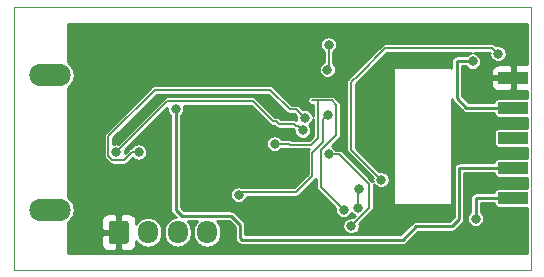
<source format=gbr>
G04 #@! TF.GenerationSoftware,KiCad,Pcbnew,(5.1.4)-1*
G04 #@! TF.CreationDate,2020-07-21T12:04:11+10:00*
G04 #@! TF.ProjectId,STLink2,53544c69-6e6b-4322-9e6b-696361645f70,rev?*
G04 #@! TF.SameCoordinates,Original*
G04 #@! TF.FileFunction,Copper,L2,Bot*
G04 #@! TF.FilePolarity,Positive*
%FSLAX46Y46*%
G04 Gerber Fmt 4.6, Leading zero omitted, Abs format (unit mm)*
G04 Created by KiCad (PCBNEW (5.1.4)-1) date 2020-07-21 12:04:11*
%MOMM*%
%LPD*%
G04 APERTURE LIST*
G04 #@! TA.AperFunction,NonConductor*
%ADD10C,0.100000*%
G04 #@! TD*
G04 #@! TA.AperFunction,ComponentPad*
%ADD11O,3.500000X1.900000*%
G04 #@! TD*
G04 #@! TA.AperFunction,Conductor*
%ADD12C,0.150000*%
G04 #@! TD*
G04 #@! TA.AperFunction,ComponentPad*
%ADD13C,1.700000*%
G04 #@! TD*
G04 #@! TA.AperFunction,ComponentPad*
%ADD14O,1.700000X1.950000*%
G04 #@! TD*
G04 #@! TA.AperFunction,SMDPad,CuDef*
%ADD15R,2.540000X1.000000*%
G04 #@! TD*
G04 #@! TA.AperFunction,ViaPad*
%ADD16C,0.800000*%
G04 #@! TD*
G04 #@! TA.AperFunction,Conductor*
%ADD17C,0.250000*%
G04 #@! TD*
G04 #@! TA.AperFunction,Conductor*
%ADD18C,0.254000*%
G04 #@! TD*
G04 APERTURE END LIST*
D10*
X43180000Y-41910000D02*
X43180000Y-42545000D01*
X43180000Y-46990000D02*
X43180000Y-41910000D01*
X86995000Y-46990000D02*
X43180000Y-46990000D01*
X86995000Y-24765000D02*
X86995000Y-46990000D01*
X43180000Y-24765000D02*
X86995000Y-24765000D01*
X43180000Y-42545000D02*
X43180000Y-24765000D01*
D11*
G04 #@! TO.P,J1,5*
G04 #@! TO.N,Net-(J1-Pad5)*
X46270000Y-41895000D03*
X46270000Y-30495000D03*
G04 #@! TD*
D12*
G04 #@! TO.N,3.3V*
G04 #@! TO.C,J3*
G36*
X52694504Y-42841204D02*
G01*
X52718773Y-42844804D01*
X52742571Y-42850765D01*
X52765671Y-42859030D01*
X52787849Y-42869520D01*
X52808893Y-42882133D01*
X52828598Y-42896747D01*
X52846777Y-42913223D01*
X52863253Y-42931402D01*
X52877867Y-42951107D01*
X52890480Y-42972151D01*
X52900970Y-42994329D01*
X52909235Y-43017429D01*
X52915196Y-43041227D01*
X52918796Y-43065496D01*
X52920000Y-43090000D01*
X52920000Y-44540000D01*
X52918796Y-44564504D01*
X52915196Y-44588773D01*
X52909235Y-44612571D01*
X52900970Y-44635671D01*
X52890480Y-44657849D01*
X52877867Y-44678893D01*
X52863253Y-44698598D01*
X52846777Y-44716777D01*
X52828598Y-44733253D01*
X52808893Y-44747867D01*
X52787849Y-44760480D01*
X52765671Y-44770970D01*
X52742571Y-44779235D01*
X52718773Y-44785196D01*
X52694504Y-44788796D01*
X52670000Y-44790000D01*
X51470000Y-44790000D01*
X51445496Y-44788796D01*
X51421227Y-44785196D01*
X51397429Y-44779235D01*
X51374329Y-44770970D01*
X51352151Y-44760480D01*
X51331107Y-44747867D01*
X51311402Y-44733253D01*
X51293223Y-44716777D01*
X51276747Y-44698598D01*
X51262133Y-44678893D01*
X51249520Y-44657849D01*
X51239030Y-44635671D01*
X51230765Y-44612571D01*
X51224804Y-44588773D01*
X51221204Y-44564504D01*
X51220000Y-44540000D01*
X51220000Y-43090000D01*
X51221204Y-43065496D01*
X51224804Y-43041227D01*
X51230765Y-43017429D01*
X51239030Y-42994329D01*
X51249520Y-42972151D01*
X51262133Y-42951107D01*
X51276747Y-42931402D01*
X51293223Y-42913223D01*
X51311402Y-42896747D01*
X51331107Y-42882133D01*
X51352151Y-42869520D01*
X51374329Y-42859030D01*
X51397429Y-42850765D01*
X51421227Y-42844804D01*
X51445496Y-42841204D01*
X51470000Y-42840000D01*
X52670000Y-42840000D01*
X52694504Y-42841204D01*
X52694504Y-42841204D01*
G37*
D13*
G04 #@! TD*
G04 #@! TO.P,J3,1*
G04 #@! TO.N,3.3V*
X52070000Y-43815000D03*
D14*
G04 #@! TO.P,J3,2*
G04 #@! TO.N,STM_JTMS*
X54570000Y-43815000D03*
G04 #@! TO.P,J3,3*
G04 #@! TO.N,STM_JTCK*
X57070000Y-43815000D03*
G04 #@! TO.P,J3,4*
G04 #@! TO.N,GND*
X59570000Y-43815000D03*
G04 #@! TD*
D15*
G04 #@! TO.P,J2,6*
G04 #@! TO.N,3.3V*
X85471000Y-30734000D03*
G04 #@! TO.P,J2,7*
G04 #@! TO.N,GND*
X85471000Y-33274000D03*
G04 #@! TO.P,J2,8*
G04 #@! TO.N,Net-(J2-Pad8)*
X85471000Y-35814000D03*
G04 #@! TO.P,J2,9*
G04 #@! TO.N,5V*
X85471000Y-38354000D03*
G04 #@! TO.P,J2,10*
G04 #@! TO.N,GND*
X85471000Y-40894000D03*
G04 #@! TD*
D16*
G04 #@! TO.N,3.3V*
X73279000Y-32893000D03*
X58293000Y-37465000D03*
X58293000Y-40513000D03*
G04 #@! TO.N,GND*
X82296000Y-42672000D03*
X82042000Y-29337000D03*
X69742532Y-30032960D03*
X69850000Y-27940000D03*
X72327548Y-41719000D03*
X72453500Y-40106600D03*
G04 #@! TO.N,OSC_OUT*
X71120000Y-41910000D03*
X65278000Y-36322000D03*
G04 #@! TO.N,5V*
X56910000Y-33376000D03*
G04 #@! TO.N,3.3V*
X60706000Y-29210000D03*
X52578000Y-35306000D03*
X52070000Y-43815000D03*
X82092800Y-39547800D03*
X61609426Y-36889000D03*
X65303400Y-29819600D03*
X64866298Y-33177702D03*
X69964300Y-42875200D03*
X61523490Y-34163000D03*
G04 #@! TO.N,T_JTMS*
X84201000Y-28702000D03*
X74295000Y-39370000D03*
G04 #@! TO.N,T_SWO*
X69850000Y-37211000D03*
X71755000Y-43267000D03*
G04 #@! TO.N,STM_JTMS*
X62230000Y-40640000D03*
X69810000Y-33852992D03*
G04 #@! TO.N,USBD-*
X51879500Y-37020500D03*
X67655440Y-35173920D03*
G04 #@! TO.N,USBD+*
X53784500Y-37020500D03*
X67812920Y-34102040D03*
G04 #@! TD*
D17*
G04 #@! TO.N,GND*
X81986001Y-29281001D02*
X82042000Y-29337000D01*
X80700999Y-29281001D02*
X81986001Y-29281001D01*
X80700999Y-32448999D02*
X80700999Y-29281001D01*
X85471000Y-33274000D02*
X81526000Y-33274000D01*
X81526000Y-33274000D02*
X80700999Y-32448999D01*
X82296000Y-41994002D02*
X82296000Y-42672000D01*
X85471000Y-40894000D02*
X82296000Y-40894000D01*
X82296000Y-40894000D02*
X82296000Y-41994002D01*
D12*
X69850000Y-29925492D02*
X69742532Y-30032960D01*
X69850000Y-27940000D02*
X69850000Y-29925492D01*
X72327548Y-41719000D02*
X72327548Y-40232552D01*
X72327548Y-40232552D02*
X72453500Y-40106600D01*
G04 #@! TO.N,OSC_OUT*
X71120000Y-41910000D02*
X69174999Y-39964999D01*
X66548000Y-36322000D02*
X65278000Y-36322000D01*
X69174999Y-36886999D02*
X70485000Y-35576998D01*
X69174999Y-39964999D02*
X69174999Y-36886999D01*
X70485000Y-35576998D02*
X70485000Y-32994600D01*
X70485000Y-32994600D02*
X70124320Y-32633920D01*
X68935600Y-34792920D02*
X68950840Y-34808160D01*
X68935600Y-32633920D02*
X68935600Y-34792920D01*
X68935600Y-32633920D02*
X68442840Y-32633920D01*
X70124320Y-32633920D02*
X68935600Y-32633920D01*
X68950840Y-34808160D02*
X68950840Y-35798760D01*
X68950840Y-35798760D02*
X68351400Y-36398200D01*
X66624200Y-36398200D02*
X66548000Y-36322000D01*
X68351400Y-36398200D02*
X66624200Y-36398200D01*
D17*
G04 #@! TO.N,5V*
X80899000Y-38354000D02*
X85471000Y-38354000D01*
X80899000Y-42672000D02*
X80899000Y-38354000D01*
X80264000Y-43307000D02*
X80899000Y-42672000D01*
X77260598Y-43307000D02*
X80264000Y-43307000D01*
X62484000Y-44450000D02*
X76117598Y-44450000D01*
X56910000Y-41896000D02*
X57432000Y-42418000D01*
X76117598Y-44450000D02*
X77260598Y-43307000D01*
X56910000Y-33376000D02*
X56910000Y-41896000D01*
X61595000Y-42418000D02*
X62357000Y-43180000D01*
X62357000Y-43180000D02*
X62357000Y-44323000D01*
X57432000Y-42418000D02*
X61595000Y-42418000D01*
X62357000Y-44323000D02*
X62484000Y-44450000D01*
G04 #@! TO.N,3.3V*
X73678999Y-32493001D02*
X73279000Y-32893000D01*
D12*
X52977999Y-34906001D02*
X52578000Y-35306000D01*
X55563497Y-32320503D02*
X52977999Y-34906001D01*
X64009099Y-32320503D02*
X55563497Y-32320503D01*
X64409098Y-32720502D02*
X64009099Y-32320503D01*
G04 #@! TO.N,T_JTMS*
X83710989Y-28211989D02*
X84201000Y-28702000D01*
X72390000Y-30480000D02*
X74658011Y-28211989D01*
X74658011Y-28211989D02*
X83710989Y-28211989D01*
X71755000Y-31115000D02*
X72390000Y-30480000D01*
X74295000Y-39370000D02*
X71755000Y-36830000D01*
X71755000Y-36830000D02*
X71755000Y-31115000D01*
G04 #@! TO.N,T_SWO*
X69850000Y-37211000D02*
X70739000Y-37211000D01*
X70739000Y-37211000D02*
X73279000Y-39751000D01*
X73279000Y-39751000D02*
X73279000Y-41743000D01*
X73279000Y-41743000D02*
X71755000Y-43267000D01*
G04 #@! TO.N,STM_JTMS*
X62465597Y-40404403D02*
X62230000Y-40640000D01*
X67123957Y-40404403D02*
X62465597Y-40404403D01*
X68483480Y-39044880D02*
X67123957Y-40404403D01*
X68483480Y-37083530D02*
X68483480Y-39044880D01*
X69410001Y-36157009D02*
X68483480Y-37083530D01*
X69410001Y-34252991D02*
X69410001Y-36157009D01*
X69810000Y-33852992D02*
X69410001Y-34252991D01*
G04 #@! TO.N,USBD-*
X65633600Y-34645600D02*
X66929000Y-34645600D01*
X65405000Y-34417000D02*
X65633600Y-34645600D01*
X65151000Y-34417000D02*
X65405000Y-34417000D01*
X63434999Y-32700999D02*
X65151000Y-34417000D01*
X51879500Y-37020500D02*
X56199001Y-32700999D01*
X56199001Y-32700999D02*
X63434999Y-32700999D01*
X67057321Y-34773921D02*
X66929000Y-34645600D01*
X67255441Y-34773921D02*
X67057321Y-34773921D01*
X67655440Y-35173920D02*
X67255441Y-34773921D01*
G04 #@! TO.N,USBD+*
X51204499Y-35680499D02*
X55134998Y-31750000D01*
X51204499Y-37344501D02*
X51204499Y-35680499D01*
X51555499Y-37695501D02*
X51204499Y-37344501D01*
X52543814Y-37695501D02*
X51555499Y-37695501D01*
X53784500Y-37020500D02*
X53218815Y-37020500D01*
X53218815Y-37020500D02*
X52543814Y-37695501D01*
X55134998Y-31750000D02*
X64897000Y-31750000D01*
X64897000Y-31750000D02*
X66548000Y-33401000D01*
X66548000Y-33401000D02*
X66548000Y-33401000D01*
X67111880Y-33401000D02*
X67812920Y-34102040D01*
X66548000Y-33401000D02*
X67111880Y-33401000D01*
G04 #@! TD*
D18*
G04 #@! TO.N,3.3V*
G36*
X86618000Y-29596312D02*
G01*
X85756750Y-29599000D01*
X85598000Y-29757750D01*
X85598000Y-30607000D01*
X85618000Y-30607000D01*
X85618000Y-30861000D01*
X85598000Y-30861000D01*
X85598000Y-31710250D01*
X85756750Y-31869000D01*
X86618000Y-31871688D01*
X86618000Y-32445418D01*
X84201000Y-32445418D01*
X84136897Y-32451732D01*
X84075257Y-32470430D01*
X84018450Y-32500794D01*
X83968657Y-32541657D01*
X83927794Y-32591450D01*
X83897430Y-32648257D01*
X83878732Y-32709897D01*
X83872418Y-32774000D01*
X83872418Y-32822000D01*
X81713224Y-32822000D01*
X81152999Y-32261776D01*
X81152999Y-31234000D01*
X83562928Y-31234000D01*
X83575188Y-31358482D01*
X83611498Y-31478180D01*
X83670463Y-31588494D01*
X83749815Y-31685185D01*
X83846506Y-31764537D01*
X83956820Y-31823502D01*
X84076518Y-31859812D01*
X84201000Y-31872072D01*
X85185250Y-31869000D01*
X85344000Y-31710250D01*
X85344000Y-30861000D01*
X83724750Y-30861000D01*
X83566000Y-31019750D01*
X83562928Y-31234000D01*
X81152999Y-31234000D01*
X81152999Y-30234000D01*
X83562928Y-30234000D01*
X83566000Y-30448250D01*
X83724750Y-30607000D01*
X85344000Y-30607000D01*
X85344000Y-29757750D01*
X85185250Y-29599000D01*
X84201000Y-29595928D01*
X84076518Y-29608188D01*
X83956820Y-29644498D01*
X83846506Y-29703463D01*
X83749815Y-29782815D01*
X83670463Y-29879506D01*
X83611498Y-29989820D01*
X83575188Y-30109518D01*
X83562928Y-30234000D01*
X81152999Y-30234000D01*
X81152999Y-29733001D01*
X81432244Y-29733001D01*
X81477302Y-29800436D01*
X81578564Y-29901698D01*
X81697636Y-29981259D01*
X81829942Y-30036062D01*
X81970397Y-30064000D01*
X82113603Y-30064000D01*
X82254058Y-30036062D01*
X82386364Y-29981259D01*
X82505436Y-29901698D01*
X82606698Y-29800436D01*
X82686259Y-29681364D01*
X82741062Y-29549058D01*
X82769000Y-29408603D01*
X82769000Y-29265397D01*
X82741062Y-29124942D01*
X82686259Y-28992636D01*
X82606698Y-28873564D01*
X82505436Y-28772302D01*
X82386364Y-28692741D01*
X82254058Y-28637938D01*
X82133657Y-28613989D01*
X83477264Y-28613989D01*
X83474000Y-28630397D01*
X83474000Y-28773603D01*
X83501938Y-28914058D01*
X83556741Y-29046364D01*
X83636302Y-29165436D01*
X83737564Y-29266698D01*
X83856636Y-29346259D01*
X83988942Y-29401062D01*
X84129397Y-29429000D01*
X84272603Y-29429000D01*
X84413058Y-29401062D01*
X84545364Y-29346259D01*
X84664436Y-29266698D01*
X84765698Y-29165436D01*
X84845259Y-29046364D01*
X84900062Y-28914058D01*
X84928000Y-28773603D01*
X84928000Y-28630397D01*
X84900062Y-28489942D01*
X84845259Y-28357636D01*
X84765698Y-28238564D01*
X84664436Y-28137302D01*
X84545364Y-28057741D01*
X84413058Y-28002938D01*
X84272603Y-27975000D01*
X84129397Y-27975000D01*
X84056928Y-27989415D01*
X84009212Y-27941699D01*
X83996621Y-27926357D01*
X83935409Y-27876121D01*
X83865572Y-27838792D01*
X83789795Y-27815806D01*
X83730736Y-27809989D01*
X83730728Y-27809989D01*
X83710989Y-27808045D01*
X83691250Y-27809989D01*
X74677750Y-27809989D01*
X74658011Y-27808045D01*
X74638271Y-27809989D01*
X74638264Y-27809989D01*
X74579205Y-27815806D01*
X74503428Y-27838792D01*
X74433591Y-27876121D01*
X74372379Y-27926357D01*
X74359792Y-27941694D01*
X72119712Y-30181775D01*
X72119706Y-30181780D01*
X71484705Y-30816782D01*
X71469369Y-30829368D01*
X71456783Y-30844704D01*
X71456780Y-30844707D01*
X71443409Y-30861000D01*
X71419133Y-30890580D01*
X71381804Y-30960417D01*
X71358817Y-31036195D01*
X71351056Y-31115000D01*
X71353001Y-31134749D01*
X71353000Y-36810261D01*
X71351056Y-36830000D01*
X71353000Y-36849739D01*
X71353000Y-36849746D01*
X71358817Y-36908805D01*
X71381803Y-36984582D01*
X71419132Y-37054419D01*
X71469368Y-37115632D01*
X71484710Y-37128223D01*
X73582415Y-39225929D01*
X73568000Y-39298397D01*
X73568000Y-39441603D01*
X73575317Y-39478387D01*
X73564632Y-39465368D01*
X73549297Y-39452783D01*
X71037223Y-36940710D01*
X71024632Y-36925368D01*
X70963420Y-36875132D01*
X70893583Y-36837803D01*
X70817806Y-36814817D01*
X70758747Y-36809000D01*
X70758739Y-36809000D01*
X70739000Y-36807056D01*
X70719261Y-36809000D01*
X70455748Y-36809000D01*
X70414698Y-36747564D01*
X70313436Y-36646302D01*
X70194364Y-36566741D01*
X70102020Y-36528491D01*
X70755297Y-35875215D01*
X70770632Y-35862630D01*
X70820868Y-35801418D01*
X70858197Y-35731581D01*
X70881183Y-35655804D01*
X70887000Y-35596745D01*
X70887000Y-35596738D01*
X70888944Y-35576999D01*
X70887000Y-35557259D01*
X70887000Y-33014339D01*
X70888944Y-32994600D01*
X70887000Y-32974860D01*
X70887000Y-32974853D01*
X70881183Y-32915794D01*
X70862919Y-32855583D01*
X70858197Y-32840016D01*
X70820868Y-32770180D01*
X70783220Y-32724306D01*
X70783218Y-32724304D01*
X70770632Y-32708968D01*
X70755295Y-32696381D01*
X70422543Y-32363630D01*
X70409952Y-32348288D01*
X70348740Y-32298052D01*
X70278903Y-32260723D01*
X70203126Y-32237737D01*
X70144067Y-32231920D01*
X70144059Y-32231920D01*
X70124320Y-32229976D01*
X70104581Y-32231920D01*
X68955347Y-32231920D01*
X68935600Y-32229975D01*
X68915853Y-32231920D01*
X68423093Y-32231920D01*
X68364034Y-32237737D01*
X68288257Y-32260723D01*
X68218420Y-32298052D01*
X68157208Y-32348288D01*
X68106972Y-32409500D01*
X68069643Y-32479337D01*
X68046657Y-32555114D01*
X68038895Y-32633920D01*
X68046657Y-32712726D01*
X68069643Y-32788503D01*
X68106972Y-32858340D01*
X68157208Y-32919552D01*
X68218420Y-32969788D01*
X68288257Y-33007117D01*
X68364034Y-33030103D01*
X68423093Y-33035920D01*
X68533600Y-33035920D01*
X68533601Y-33998667D01*
X68511982Y-33889982D01*
X68457179Y-33757676D01*
X68377618Y-33638604D01*
X68276356Y-33537342D01*
X68157284Y-33457781D01*
X68024978Y-33402978D01*
X67884523Y-33375040D01*
X67741317Y-33375040D01*
X67668848Y-33389455D01*
X67410103Y-33130710D01*
X67397512Y-33115368D01*
X67336300Y-33065132D01*
X67266463Y-33027803D01*
X67190686Y-33004817D01*
X67131627Y-32999000D01*
X67131619Y-32999000D01*
X67111880Y-32997056D01*
X67092141Y-32999000D01*
X66714514Y-32999000D01*
X65195223Y-31479710D01*
X65182632Y-31464368D01*
X65121420Y-31414132D01*
X65051583Y-31376803D01*
X64975806Y-31353817D01*
X64916747Y-31348000D01*
X64916739Y-31348000D01*
X64897000Y-31346056D01*
X64877261Y-31348000D01*
X55154737Y-31348000D01*
X55134998Y-31346056D01*
X55115258Y-31348000D01*
X55115251Y-31348000D01*
X55056192Y-31353817D01*
X54980415Y-31376803D01*
X54910578Y-31414132D01*
X54849366Y-31464368D01*
X54836780Y-31479705D01*
X50934204Y-35382281D01*
X50918868Y-35394867D01*
X50868632Y-35456079D01*
X50844867Y-35500540D01*
X50831303Y-35525916D01*
X50808316Y-35601694D01*
X50800555Y-35680499D01*
X50802500Y-35700248D01*
X50802499Y-37324761D01*
X50800555Y-37344501D01*
X50802499Y-37364240D01*
X50802499Y-37364247D01*
X50808316Y-37423306D01*
X50831302Y-37499083D01*
X50868631Y-37568920D01*
X50918867Y-37630133D01*
X50934209Y-37642724D01*
X51257280Y-37965796D01*
X51269867Y-37981133D01*
X51331079Y-38031369D01*
X51400916Y-38068698D01*
X51476693Y-38091684D01*
X51535752Y-38097501D01*
X51535759Y-38097501D01*
X51555499Y-38099445D01*
X51575238Y-38097501D01*
X52524075Y-38097501D01*
X52543814Y-38099445D01*
X52563553Y-38097501D01*
X52563561Y-38097501D01*
X52622620Y-38091684D01*
X52698397Y-38068698D01*
X52768234Y-38031369D01*
X52829446Y-37981133D01*
X52842037Y-37965791D01*
X53271847Y-37535981D01*
X53321064Y-37585198D01*
X53440136Y-37664759D01*
X53572442Y-37719562D01*
X53712897Y-37747500D01*
X53856103Y-37747500D01*
X53996558Y-37719562D01*
X54128864Y-37664759D01*
X54247936Y-37585198D01*
X54349198Y-37483936D01*
X54428759Y-37364864D01*
X54483562Y-37232558D01*
X54511500Y-37092103D01*
X54511500Y-36948897D01*
X54483562Y-36808442D01*
X54428759Y-36676136D01*
X54349198Y-36557064D01*
X54247936Y-36455802D01*
X54128864Y-36376241D01*
X53996558Y-36321438D01*
X53856103Y-36293500D01*
X53712897Y-36293500D01*
X53572442Y-36321438D01*
X53440136Y-36376241D01*
X53321064Y-36455802D01*
X53219802Y-36557064D01*
X53177321Y-36620642D01*
X53140009Y-36624317D01*
X53064231Y-36647303D01*
X52994395Y-36684632D01*
X52963079Y-36710333D01*
X52933183Y-36734868D01*
X52920596Y-36750205D01*
X52606500Y-37064301D01*
X52606500Y-36948897D01*
X52592085Y-36876428D01*
X56187689Y-33280825D01*
X56183000Y-33304397D01*
X56183000Y-33447603D01*
X56210938Y-33588058D01*
X56265741Y-33720364D01*
X56345302Y-33839436D01*
X56446564Y-33940698D01*
X56458000Y-33948339D01*
X56458001Y-41873785D01*
X56455813Y-41896000D01*
X56464540Y-41984607D01*
X56490386Y-42069809D01*
X56514054Y-42114088D01*
X56532358Y-42148333D01*
X56588842Y-42217159D01*
X56606095Y-42231318D01*
X56898931Y-42524155D01*
X56839268Y-42530031D01*
X56617403Y-42597333D01*
X56412930Y-42706626D01*
X56233709Y-42853709D01*
X56086626Y-43032931D01*
X55977333Y-43237404D01*
X55910031Y-43459269D01*
X55893000Y-43632189D01*
X55893000Y-43997812D01*
X55910031Y-44170732D01*
X55977333Y-44392597D01*
X56086626Y-44597070D01*
X56233710Y-44776291D01*
X56412931Y-44923374D01*
X56617404Y-45032667D01*
X56839269Y-45099969D01*
X57070000Y-45122694D01*
X57300732Y-45099969D01*
X57522597Y-45032667D01*
X57727070Y-44923374D01*
X57906291Y-44776291D01*
X58053374Y-44597069D01*
X58162667Y-44392596D01*
X58229969Y-44170731D01*
X58247000Y-43997811D01*
X58247000Y-43632188D01*
X58229969Y-43459268D01*
X58162667Y-43237403D01*
X58053374Y-43032930D01*
X57919661Y-42870000D01*
X58720339Y-42870000D01*
X58586626Y-43032931D01*
X58477333Y-43237404D01*
X58410031Y-43459269D01*
X58393000Y-43632189D01*
X58393000Y-43997812D01*
X58410031Y-44170732D01*
X58477333Y-44392597D01*
X58586626Y-44597070D01*
X58733710Y-44776291D01*
X58912931Y-44923374D01*
X59117404Y-45032667D01*
X59339269Y-45099969D01*
X59570000Y-45122694D01*
X59800732Y-45099969D01*
X60022597Y-45032667D01*
X60227070Y-44923374D01*
X60406291Y-44776291D01*
X60553374Y-44597069D01*
X60662667Y-44392596D01*
X60729969Y-44170731D01*
X60747000Y-43997811D01*
X60747000Y-43632188D01*
X60729969Y-43459268D01*
X60662667Y-43237403D01*
X60553374Y-43032930D01*
X60419661Y-42870000D01*
X61407777Y-42870000D01*
X61905000Y-43367224D01*
X61905001Y-44300785D01*
X61902813Y-44323000D01*
X61911540Y-44411607D01*
X61937386Y-44496809D01*
X61937387Y-44496810D01*
X61979358Y-44575333D01*
X62035842Y-44644159D01*
X62053095Y-44658318D01*
X62148680Y-44753904D01*
X62162841Y-44771159D01*
X62231667Y-44827643D01*
X62310190Y-44869614D01*
X62352792Y-44882537D01*
X62395392Y-44895460D01*
X62483999Y-44904187D01*
X62506204Y-44902000D01*
X76095393Y-44902000D01*
X76117598Y-44904187D01*
X76139803Y-44902000D01*
X76206205Y-44895460D01*
X76291408Y-44869614D01*
X76369931Y-44827643D01*
X76438757Y-44771159D01*
X76452921Y-44753900D01*
X77447823Y-43759000D01*
X80241795Y-43759000D01*
X80264000Y-43761187D01*
X80286205Y-43759000D01*
X80352607Y-43752460D01*
X80437810Y-43726614D01*
X80516333Y-43684643D01*
X80585159Y-43628159D01*
X80599323Y-43610900D01*
X81202906Y-43007318D01*
X81220159Y-42993159D01*
X81276643Y-42924333D01*
X81318614Y-42845810D01*
X81344460Y-42760607D01*
X81346573Y-42739159D01*
X81353187Y-42672000D01*
X81351000Y-42649795D01*
X81351000Y-38806000D01*
X83872418Y-38806000D01*
X83872418Y-38854000D01*
X83878732Y-38918103D01*
X83897430Y-38979743D01*
X83927794Y-39036550D01*
X83968657Y-39086343D01*
X84018450Y-39127206D01*
X84075257Y-39157570D01*
X84136897Y-39176268D01*
X84201000Y-39182582D01*
X86618001Y-39182582D01*
X86618001Y-40065418D01*
X84201000Y-40065418D01*
X84136897Y-40071732D01*
X84075257Y-40090430D01*
X84018450Y-40120794D01*
X83968657Y-40161657D01*
X83927794Y-40211450D01*
X83897430Y-40268257D01*
X83878732Y-40329897D01*
X83872418Y-40394000D01*
X83872418Y-40442000D01*
X82318205Y-40442000D01*
X82296000Y-40439813D01*
X82273795Y-40442000D01*
X82207393Y-40448540D01*
X82122190Y-40474386D01*
X82043667Y-40516357D01*
X81974841Y-40572841D01*
X81918357Y-40641667D01*
X81876386Y-40720190D01*
X81850540Y-40805393D01*
X81841813Y-40894000D01*
X81844000Y-40916205D01*
X81844001Y-41971788D01*
X81844000Y-41971798D01*
X81844000Y-42099661D01*
X81832564Y-42107302D01*
X81731302Y-42208564D01*
X81651741Y-42327636D01*
X81596938Y-42459942D01*
X81569000Y-42600397D01*
X81569000Y-42743603D01*
X81596938Y-42884058D01*
X81651741Y-43016364D01*
X81731302Y-43135436D01*
X81832564Y-43236698D01*
X81951636Y-43316259D01*
X82083942Y-43371062D01*
X82224397Y-43399000D01*
X82367603Y-43399000D01*
X82508058Y-43371062D01*
X82640364Y-43316259D01*
X82759436Y-43236698D01*
X82860698Y-43135436D01*
X82940259Y-43016364D01*
X82995062Y-42884058D01*
X83023000Y-42743603D01*
X83023000Y-42600397D01*
X82995062Y-42459942D01*
X82940259Y-42327636D01*
X82860698Y-42208564D01*
X82759436Y-42107302D01*
X82748000Y-42099661D01*
X82748000Y-41346000D01*
X83872418Y-41346000D01*
X83872418Y-41394000D01*
X83878732Y-41458103D01*
X83897430Y-41519743D01*
X83927794Y-41576550D01*
X83968657Y-41626343D01*
X84018450Y-41667206D01*
X84075257Y-41697570D01*
X84136897Y-41716268D01*
X84201000Y-41722582D01*
X86618001Y-41722582D01*
X86618001Y-45593000D01*
X47752000Y-45593000D01*
X47752000Y-44790000D01*
X50581928Y-44790000D01*
X50594188Y-44914482D01*
X50630498Y-45034180D01*
X50689463Y-45144494D01*
X50768815Y-45241185D01*
X50865506Y-45320537D01*
X50975820Y-45379502D01*
X51095518Y-45415812D01*
X51220000Y-45428072D01*
X51784250Y-45425000D01*
X51943000Y-45266250D01*
X51943000Y-43942000D01*
X50743750Y-43942000D01*
X50585000Y-44100750D01*
X50581928Y-44790000D01*
X47752000Y-44790000D01*
X47752000Y-42978438D01*
X47782896Y-42961924D01*
X47931460Y-42840000D01*
X50581928Y-42840000D01*
X50585000Y-43529250D01*
X50743750Y-43688000D01*
X51943000Y-43688000D01*
X51943000Y-42363750D01*
X52197000Y-42363750D01*
X52197000Y-43688000D01*
X52217000Y-43688000D01*
X52217000Y-43942000D01*
X52197000Y-43942000D01*
X52197000Y-45266250D01*
X52355750Y-45425000D01*
X52920000Y-45428072D01*
X53044482Y-45415812D01*
X53164180Y-45379502D01*
X53274494Y-45320537D01*
X53371185Y-45241185D01*
X53450537Y-45144494D01*
X53509502Y-45034180D01*
X53545812Y-44914482D01*
X53558072Y-44790000D01*
X53556965Y-44541578D01*
X53586626Y-44597070D01*
X53733710Y-44776291D01*
X53912931Y-44923374D01*
X54117404Y-45032667D01*
X54339269Y-45099969D01*
X54570000Y-45122694D01*
X54800732Y-45099969D01*
X55022597Y-45032667D01*
X55227070Y-44923374D01*
X55406291Y-44776291D01*
X55553374Y-44597069D01*
X55662667Y-44392596D01*
X55729969Y-44170731D01*
X55747000Y-43997811D01*
X55747000Y-43632188D01*
X55729969Y-43459268D01*
X55662667Y-43237403D01*
X55553374Y-43032930D01*
X55406291Y-42853709D01*
X55227069Y-42706626D01*
X55022596Y-42597333D01*
X54800731Y-42530031D01*
X54570000Y-42507306D01*
X54339268Y-42530031D01*
X54117403Y-42597333D01*
X53912930Y-42706626D01*
X53733709Y-42853709D01*
X53586626Y-43032931D01*
X53556965Y-43088423D01*
X53558072Y-42840000D01*
X53545812Y-42715518D01*
X53509502Y-42595820D01*
X53450537Y-42485506D01*
X53371185Y-42388815D01*
X53274494Y-42309463D01*
X53164180Y-42250498D01*
X53044482Y-42214188D01*
X52920000Y-42201928D01*
X52355750Y-42205000D01*
X52197000Y-42363750D01*
X51943000Y-42363750D01*
X51784250Y-42205000D01*
X51220000Y-42201928D01*
X51095518Y-42214188D01*
X50975820Y-42250498D01*
X50865506Y-42309463D01*
X50768815Y-42388815D01*
X50689463Y-42485506D01*
X50630498Y-42595820D01*
X50594188Y-42715518D01*
X50581928Y-42840000D01*
X47931460Y-42840000D01*
X47977344Y-42802344D01*
X48136924Y-42607896D01*
X48255502Y-42386051D01*
X48328522Y-42145336D01*
X48353178Y-41895000D01*
X48328522Y-41644664D01*
X48255502Y-41403949D01*
X48136924Y-41182104D01*
X47977344Y-40987656D01*
X47782896Y-40828076D01*
X47752000Y-40811562D01*
X47752000Y-31578438D01*
X47782896Y-31561924D01*
X47977344Y-31402344D01*
X48136924Y-31207896D01*
X48255502Y-30986051D01*
X48328522Y-30745336D01*
X48353178Y-30495000D01*
X48328522Y-30244664D01*
X48255502Y-30003949D01*
X48232737Y-29961357D01*
X69015532Y-29961357D01*
X69015532Y-30104563D01*
X69043470Y-30245018D01*
X69098273Y-30377324D01*
X69177834Y-30496396D01*
X69279096Y-30597658D01*
X69398168Y-30677219D01*
X69530474Y-30732022D01*
X69670929Y-30759960D01*
X69814135Y-30759960D01*
X69954590Y-30732022D01*
X70086896Y-30677219D01*
X70205968Y-30597658D01*
X70307230Y-30496396D01*
X70386791Y-30377324D01*
X70441594Y-30245018D01*
X70469532Y-30104563D01*
X70469532Y-29961357D01*
X70441594Y-29820902D01*
X70386791Y-29688596D01*
X70307230Y-29569524D01*
X70252000Y-29514294D01*
X70252000Y-28545748D01*
X70313436Y-28504698D01*
X70414698Y-28403436D01*
X70494259Y-28284364D01*
X70549062Y-28152058D01*
X70577000Y-28011603D01*
X70577000Y-27868397D01*
X70549062Y-27727942D01*
X70494259Y-27595636D01*
X70414698Y-27476564D01*
X70313436Y-27375302D01*
X70194364Y-27295741D01*
X70062058Y-27240938D01*
X69921603Y-27213000D01*
X69778397Y-27213000D01*
X69637942Y-27240938D01*
X69505636Y-27295741D01*
X69386564Y-27375302D01*
X69285302Y-27476564D01*
X69205741Y-27595636D01*
X69150938Y-27727942D01*
X69123000Y-27868397D01*
X69123000Y-28011603D01*
X69150938Y-28152058D01*
X69205741Y-28284364D01*
X69285302Y-28403436D01*
X69386564Y-28504698D01*
X69448000Y-28545748D01*
X69448001Y-29368060D01*
X69398168Y-29388701D01*
X69279096Y-29468262D01*
X69177834Y-29569524D01*
X69098273Y-29688596D01*
X69043470Y-29820902D01*
X69015532Y-29961357D01*
X48232737Y-29961357D01*
X48136924Y-29782104D01*
X47977344Y-29587656D01*
X47782896Y-29428076D01*
X47752000Y-29411562D01*
X47752000Y-26162000D01*
X86618000Y-26162000D01*
X86618000Y-29596312D01*
X86618000Y-29596312D01*
G37*
X86618000Y-29596312D02*
X85756750Y-29599000D01*
X85598000Y-29757750D01*
X85598000Y-30607000D01*
X85618000Y-30607000D01*
X85618000Y-30861000D01*
X85598000Y-30861000D01*
X85598000Y-31710250D01*
X85756750Y-31869000D01*
X86618000Y-31871688D01*
X86618000Y-32445418D01*
X84201000Y-32445418D01*
X84136897Y-32451732D01*
X84075257Y-32470430D01*
X84018450Y-32500794D01*
X83968657Y-32541657D01*
X83927794Y-32591450D01*
X83897430Y-32648257D01*
X83878732Y-32709897D01*
X83872418Y-32774000D01*
X83872418Y-32822000D01*
X81713224Y-32822000D01*
X81152999Y-32261776D01*
X81152999Y-31234000D01*
X83562928Y-31234000D01*
X83575188Y-31358482D01*
X83611498Y-31478180D01*
X83670463Y-31588494D01*
X83749815Y-31685185D01*
X83846506Y-31764537D01*
X83956820Y-31823502D01*
X84076518Y-31859812D01*
X84201000Y-31872072D01*
X85185250Y-31869000D01*
X85344000Y-31710250D01*
X85344000Y-30861000D01*
X83724750Y-30861000D01*
X83566000Y-31019750D01*
X83562928Y-31234000D01*
X81152999Y-31234000D01*
X81152999Y-30234000D01*
X83562928Y-30234000D01*
X83566000Y-30448250D01*
X83724750Y-30607000D01*
X85344000Y-30607000D01*
X85344000Y-29757750D01*
X85185250Y-29599000D01*
X84201000Y-29595928D01*
X84076518Y-29608188D01*
X83956820Y-29644498D01*
X83846506Y-29703463D01*
X83749815Y-29782815D01*
X83670463Y-29879506D01*
X83611498Y-29989820D01*
X83575188Y-30109518D01*
X83562928Y-30234000D01*
X81152999Y-30234000D01*
X81152999Y-29733001D01*
X81432244Y-29733001D01*
X81477302Y-29800436D01*
X81578564Y-29901698D01*
X81697636Y-29981259D01*
X81829942Y-30036062D01*
X81970397Y-30064000D01*
X82113603Y-30064000D01*
X82254058Y-30036062D01*
X82386364Y-29981259D01*
X82505436Y-29901698D01*
X82606698Y-29800436D01*
X82686259Y-29681364D01*
X82741062Y-29549058D01*
X82769000Y-29408603D01*
X82769000Y-29265397D01*
X82741062Y-29124942D01*
X82686259Y-28992636D01*
X82606698Y-28873564D01*
X82505436Y-28772302D01*
X82386364Y-28692741D01*
X82254058Y-28637938D01*
X82133657Y-28613989D01*
X83477264Y-28613989D01*
X83474000Y-28630397D01*
X83474000Y-28773603D01*
X83501938Y-28914058D01*
X83556741Y-29046364D01*
X83636302Y-29165436D01*
X83737564Y-29266698D01*
X83856636Y-29346259D01*
X83988942Y-29401062D01*
X84129397Y-29429000D01*
X84272603Y-29429000D01*
X84413058Y-29401062D01*
X84545364Y-29346259D01*
X84664436Y-29266698D01*
X84765698Y-29165436D01*
X84845259Y-29046364D01*
X84900062Y-28914058D01*
X84928000Y-28773603D01*
X84928000Y-28630397D01*
X84900062Y-28489942D01*
X84845259Y-28357636D01*
X84765698Y-28238564D01*
X84664436Y-28137302D01*
X84545364Y-28057741D01*
X84413058Y-28002938D01*
X84272603Y-27975000D01*
X84129397Y-27975000D01*
X84056928Y-27989415D01*
X84009212Y-27941699D01*
X83996621Y-27926357D01*
X83935409Y-27876121D01*
X83865572Y-27838792D01*
X83789795Y-27815806D01*
X83730736Y-27809989D01*
X83730728Y-27809989D01*
X83710989Y-27808045D01*
X83691250Y-27809989D01*
X74677750Y-27809989D01*
X74658011Y-27808045D01*
X74638271Y-27809989D01*
X74638264Y-27809989D01*
X74579205Y-27815806D01*
X74503428Y-27838792D01*
X74433591Y-27876121D01*
X74372379Y-27926357D01*
X74359792Y-27941694D01*
X72119712Y-30181775D01*
X72119706Y-30181780D01*
X71484705Y-30816782D01*
X71469369Y-30829368D01*
X71456783Y-30844704D01*
X71456780Y-30844707D01*
X71443409Y-30861000D01*
X71419133Y-30890580D01*
X71381804Y-30960417D01*
X71358817Y-31036195D01*
X71351056Y-31115000D01*
X71353001Y-31134749D01*
X71353000Y-36810261D01*
X71351056Y-36830000D01*
X71353000Y-36849739D01*
X71353000Y-36849746D01*
X71358817Y-36908805D01*
X71381803Y-36984582D01*
X71419132Y-37054419D01*
X71469368Y-37115632D01*
X71484710Y-37128223D01*
X73582415Y-39225929D01*
X73568000Y-39298397D01*
X73568000Y-39441603D01*
X73575317Y-39478387D01*
X73564632Y-39465368D01*
X73549297Y-39452783D01*
X71037223Y-36940710D01*
X71024632Y-36925368D01*
X70963420Y-36875132D01*
X70893583Y-36837803D01*
X70817806Y-36814817D01*
X70758747Y-36809000D01*
X70758739Y-36809000D01*
X70739000Y-36807056D01*
X70719261Y-36809000D01*
X70455748Y-36809000D01*
X70414698Y-36747564D01*
X70313436Y-36646302D01*
X70194364Y-36566741D01*
X70102020Y-36528491D01*
X70755297Y-35875215D01*
X70770632Y-35862630D01*
X70820868Y-35801418D01*
X70858197Y-35731581D01*
X70881183Y-35655804D01*
X70887000Y-35596745D01*
X70887000Y-35596738D01*
X70888944Y-35576999D01*
X70887000Y-35557259D01*
X70887000Y-33014339D01*
X70888944Y-32994600D01*
X70887000Y-32974860D01*
X70887000Y-32974853D01*
X70881183Y-32915794D01*
X70862919Y-32855583D01*
X70858197Y-32840016D01*
X70820868Y-32770180D01*
X70783220Y-32724306D01*
X70783218Y-32724304D01*
X70770632Y-32708968D01*
X70755295Y-32696381D01*
X70422543Y-32363630D01*
X70409952Y-32348288D01*
X70348740Y-32298052D01*
X70278903Y-32260723D01*
X70203126Y-32237737D01*
X70144067Y-32231920D01*
X70144059Y-32231920D01*
X70124320Y-32229976D01*
X70104581Y-32231920D01*
X68955347Y-32231920D01*
X68935600Y-32229975D01*
X68915853Y-32231920D01*
X68423093Y-32231920D01*
X68364034Y-32237737D01*
X68288257Y-32260723D01*
X68218420Y-32298052D01*
X68157208Y-32348288D01*
X68106972Y-32409500D01*
X68069643Y-32479337D01*
X68046657Y-32555114D01*
X68038895Y-32633920D01*
X68046657Y-32712726D01*
X68069643Y-32788503D01*
X68106972Y-32858340D01*
X68157208Y-32919552D01*
X68218420Y-32969788D01*
X68288257Y-33007117D01*
X68364034Y-33030103D01*
X68423093Y-33035920D01*
X68533600Y-33035920D01*
X68533601Y-33998667D01*
X68511982Y-33889982D01*
X68457179Y-33757676D01*
X68377618Y-33638604D01*
X68276356Y-33537342D01*
X68157284Y-33457781D01*
X68024978Y-33402978D01*
X67884523Y-33375040D01*
X67741317Y-33375040D01*
X67668848Y-33389455D01*
X67410103Y-33130710D01*
X67397512Y-33115368D01*
X67336300Y-33065132D01*
X67266463Y-33027803D01*
X67190686Y-33004817D01*
X67131627Y-32999000D01*
X67131619Y-32999000D01*
X67111880Y-32997056D01*
X67092141Y-32999000D01*
X66714514Y-32999000D01*
X65195223Y-31479710D01*
X65182632Y-31464368D01*
X65121420Y-31414132D01*
X65051583Y-31376803D01*
X64975806Y-31353817D01*
X64916747Y-31348000D01*
X64916739Y-31348000D01*
X64897000Y-31346056D01*
X64877261Y-31348000D01*
X55154737Y-31348000D01*
X55134998Y-31346056D01*
X55115258Y-31348000D01*
X55115251Y-31348000D01*
X55056192Y-31353817D01*
X54980415Y-31376803D01*
X54910578Y-31414132D01*
X54849366Y-31464368D01*
X54836780Y-31479705D01*
X50934204Y-35382281D01*
X50918868Y-35394867D01*
X50868632Y-35456079D01*
X50844867Y-35500540D01*
X50831303Y-35525916D01*
X50808316Y-35601694D01*
X50800555Y-35680499D01*
X50802500Y-35700248D01*
X50802499Y-37324761D01*
X50800555Y-37344501D01*
X50802499Y-37364240D01*
X50802499Y-37364247D01*
X50808316Y-37423306D01*
X50831302Y-37499083D01*
X50868631Y-37568920D01*
X50918867Y-37630133D01*
X50934209Y-37642724D01*
X51257280Y-37965796D01*
X51269867Y-37981133D01*
X51331079Y-38031369D01*
X51400916Y-38068698D01*
X51476693Y-38091684D01*
X51535752Y-38097501D01*
X51535759Y-38097501D01*
X51555499Y-38099445D01*
X51575238Y-38097501D01*
X52524075Y-38097501D01*
X52543814Y-38099445D01*
X52563553Y-38097501D01*
X52563561Y-38097501D01*
X52622620Y-38091684D01*
X52698397Y-38068698D01*
X52768234Y-38031369D01*
X52829446Y-37981133D01*
X52842037Y-37965791D01*
X53271847Y-37535981D01*
X53321064Y-37585198D01*
X53440136Y-37664759D01*
X53572442Y-37719562D01*
X53712897Y-37747500D01*
X53856103Y-37747500D01*
X53996558Y-37719562D01*
X54128864Y-37664759D01*
X54247936Y-37585198D01*
X54349198Y-37483936D01*
X54428759Y-37364864D01*
X54483562Y-37232558D01*
X54511500Y-37092103D01*
X54511500Y-36948897D01*
X54483562Y-36808442D01*
X54428759Y-36676136D01*
X54349198Y-36557064D01*
X54247936Y-36455802D01*
X54128864Y-36376241D01*
X53996558Y-36321438D01*
X53856103Y-36293500D01*
X53712897Y-36293500D01*
X53572442Y-36321438D01*
X53440136Y-36376241D01*
X53321064Y-36455802D01*
X53219802Y-36557064D01*
X53177321Y-36620642D01*
X53140009Y-36624317D01*
X53064231Y-36647303D01*
X52994395Y-36684632D01*
X52963079Y-36710333D01*
X52933183Y-36734868D01*
X52920596Y-36750205D01*
X52606500Y-37064301D01*
X52606500Y-36948897D01*
X52592085Y-36876428D01*
X56187689Y-33280825D01*
X56183000Y-33304397D01*
X56183000Y-33447603D01*
X56210938Y-33588058D01*
X56265741Y-33720364D01*
X56345302Y-33839436D01*
X56446564Y-33940698D01*
X56458000Y-33948339D01*
X56458001Y-41873785D01*
X56455813Y-41896000D01*
X56464540Y-41984607D01*
X56490386Y-42069809D01*
X56514054Y-42114088D01*
X56532358Y-42148333D01*
X56588842Y-42217159D01*
X56606095Y-42231318D01*
X56898931Y-42524155D01*
X56839268Y-42530031D01*
X56617403Y-42597333D01*
X56412930Y-42706626D01*
X56233709Y-42853709D01*
X56086626Y-43032931D01*
X55977333Y-43237404D01*
X55910031Y-43459269D01*
X55893000Y-43632189D01*
X55893000Y-43997812D01*
X55910031Y-44170732D01*
X55977333Y-44392597D01*
X56086626Y-44597070D01*
X56233710Y-44776291D01*
X56412931Y-44923374D01*
X56617404Y-45032667D01*
X56839269Y-45099969D01*
X57070000Y-45122694D01*
X57300732Y-45099969D01*
X57522597Y-45032667D01*
X57727070Y-44923374D01*
X57906291Y-44776291D01*
X58053374Y-44597069D01*
X58162667Y-44392596D01*
X58229969Y-44170731D01*
X58247000Y-43997811D01*
X58247000Y-43632188D01*
X58229969Y-43459268D01*
X58162667Y-43237403D01*
X58053374Y-43032930D01*
X57919661Y-42870000D01*
X58720339Y-42870000D01*
X58586626Y-43032931D01*
X58477333Y-43237404D01*
X58410031Y-43459269D01*
X58393000Y-43632189D01*
X58393000Y-43997812D01*
X58410031Y-44170732D01*
X58477333Y-44392597D01*
X58586626Y-44597070D01*
X58733710Y-44776291D01*
X58912931Y-44923374D01*
X59117404Y-45032667D01*
X59339269Y-45099969D01*
X59570000Y-45122694D01*
X59800732Y-45099969D01*
X60022597Y-45032667D01*
X60227070Y-44923374D01*
X60406291Y-44776291D01*
X60553374Y-44597069D01*
X60662667Y-44392596D01*
X60729969Y-44170731D01*
X60747000Y-43997811D01*
X60747000Y-43632188D01*
X60729969Y-43459268D01*
X60662667Y-43237403D01*
X60553374Y-43032930D01*
X60419661Y-42870000D01*
X61407777Y-42870000D01*
X61905000Y-43367224D01*
X61905001Y-44300785D01*
X61902813Y-44323000D01*
X61911540Y-44411607D01*
X61937386Y-44496809D01*
X61937387Y-44496810D01*
X61979358Y-44575333D01*
X62035842Y-44644159D01*
X62053095Y-44658318D01*
X62148680Y-44753904D01*
X62162841Y-44771159D01*
X62231667Y-44827643D01*
X62310190Y-44869614D01*
X62352792Y-44882537D01*
X62395392Y-44895460D01*
X62483999Y-44904187D01*
X62506204Y-44902000D01*
X76095393Y-44902000D01*
X76117598Y-44904187D01*
X76139803Y-44902000D01*
X76206205Y-44895460D01*
X76291408Y-44869614D01*
X76369931Y-44827643D01*
X76438757Y-44771159D01*
X76452921Y-44753900D01*
X77447823Y-43759000D01*
X80241795Y-43759000D01*
X80264000Y-43761187D01*
X80286205Y-43759000D01*
X80352607Y-43752460D01*
X80437810Y-43726614D01*
X80516333Y-43684643D01*
X80585159Y-43628159D01*
X80599323Y-43610900D01*
X81202906Y-43007318D01*
X81220159Y-42993159D01*
X81276643Y-42924333D01*
X81318614Y-42845810D01*
X81344460Y-42760607D01*
X81346573Y-42739159D01*
X81353187Y-42672000D01*
X81351000Y-42649795D01*
X81351000Y-38806000D01*
X83872418Y-38806000D01*
X83872418Y-38854000D01*
X83878732Y-38918103D01*
X83897430Y-38979743D01*
X83927794Y-39036550D01*
X83968657Y-39086343D01*
X84018450Y-39127206D01*
X84075257Y-39157570D01*
X84136897Y-39176268D01*
X84201000Y-39182582D01*
X86618001Y-39182582D01*
X86618001Y-40065418D01*
X84201000Y-40065418D01*
X84136897Y-40071732D01*
X84075257Y-40090430D01*
X84018450Y-40120794D01*
X83968657Y-40161657D01*
X83927794Y-40211450D01*
X83897430Y-40268257D01*
X83878732Y-40329897D01*
X83872418Y-40394000D01*
X83872418Y-40442000D01*
X82318205Y-40442000D01*
X82296000Y-40439813D01*
X82273795Y-40442000D01*
X82207393Y-40448540D01*
X82122190Y-40474386D01*
X82043667Y-40516357D01*
X81974841Y-40572841D01*
X81918357Y-40641667D01*
X81876386Y-40720190D01*
X81850540Y-40805393D01*
X81841813Y-40894000D01*
X81844000Y-40916205D01*
X81844001Y-41971788D01*
X81844000Y-41971798D01*
X81844000Y-42099661D01*
X81832564Y-42107302D01*
X81731302Y-42208564D01*
X81651741Y-42327636D01*
X81596938Y-42459942D01*
X81569000Y-42600397D01*
X81569000Y-42743603D01*
X81596938Y-42884058D01*
X81651741Y-43016364D01*
X81731302Y-43135436D01*
X81832564Y-43236698D01*
X81951636Y-43316259D01*
X82083942Y-43371062D01*
X82224397Y-43399000D01*
X82367603Y-43399000D01*
X82508058Y-43371062D01*
X82640364Y-43316259D01*
X82759436Y-43236698D01*
X82860698Y-43135436D01*
X82940259Y-43016364D01*
X82995062Y-42884058D01*
X83023000Y-42743603D01*
X83023000Y-42600397D01*
X82995062Y-42459942D01*
X82940259Y-42327636D01*
X82860698Y-42208564D01*
X82759436Y-42107302D01*
X82748000Y-42099661D01*
X82748000Y-41346000D01*
X83872418Y-41346000D01*
X83872418Y-41394000D01*
X83878732Y-41458103D01*
X83897430Y-41519743D01*
X83927794Y-41576550D01*
X83968657Y-41626343D01*
X84018450Y-41667206D01*
X84075257Y-41697570D01*
X84136897Y-41716268D01*
X84201000Y-41722582D01*
X86618001Y-41722582D01*
X86618001Y-45593000D01*
X47752000Y-45593000D01*
X47752000Y-44790000D01*
X50581928Y-44790000D01*
X50594188Y-44914482D01*
X50630498Y-45034180D01*
X50689463Y-45144494D01*
X50768815Y-45241185D01*
X50865506Y-45320537D01*
X50975820Y-45379502D01*
X51095518Y-45415812D01*
X51220000Y-45428072D01*
X51784250Y-45425000D01*
X51943000Y-45266250D01*
X51943000Y-43942000D01*
X50743750Y-43942000D01*
X50585000Y-44100750D01*
X50581928Y-44790000D01*
X47752000Y-44790000D01*
X47752000Y-42978438D01*
X47782896Y-42961924D01*
X47931460Y-42840000D01*
X50581928Y-42840000D01*
X50585000Y-43529250D01*
X50743750Y-43688000D01*
X51943000Y-43688000D01*
X51943000Y-42363750D01*
X52197000Y-42363750D01*
X52197000Y-43688000D01*
X52217000Y-43688000D01*
X52217000Y-43942000D01*
X52197000Y-43942000D01*
X52197000Y-45266250D01*
X52355750Y-45425000D01*
X52920000Y-45428072D01*
X53044482Y-45415812D01*
X53164180Y-45379502D01*
X53274494Y-45320537D01*
X53371185Y-45241185D01*
X53450537Y-45144494D01*
X53509502Y-45034180D01*
X53545812Y-44914482D01*
X53558072Y-44790000D01*
X53556965Y-44541578D01*
X53586626Y-44597070D01*
X53733710Y-44776291D01*
X53912931Y-44923374D01*
X54117404Y-45032667D01*
X54339269Y-45099969D01*
X54570000Y-45122694D01*
X54800732Y-45099969D01*
X55022597Y-45032667D01*
X55227070Y-44923374D01*
X55406291Y-44776291D01*
X55553374Y-44597069D01*
X55662667Y-44392596D01*
X55729969Y-44170731D01*
X55747000Y-43997811D01*
X55747000Y-43632188D01*
X55729969Y-43459268D01*
X55662667Y-43237403D01*
X55553374Y-43032930D01*
X55406291Y-42853709D01*
X55227069Y-42706626D01*
X55022596Y-42597333D01*
X54800731Y-42530031D01*
X54570000Y-42507306D01*
X54339268Y-42530031D01*
X54117403Y-42597333D01*
X53912930Y-42706626D01*
X53733709Y-42853709D01*
X53586626Y-43032931D01*
X53556965Y-43088423D01*
X53558072Y-42840000D01*
X53545812Y-42715518D01*
X53509502Y-42595820D01*
X53450537Y-42485506D01*
X53371185Y-42388815D01*
X53274494Y-42309463D01*
X53164180Y-42250498D01*
X53044482Y-42214188D01*
X52920000Y-42201928D01*
X52355750Y-42205000D01*
X52197000Y-42363750D01*
X51943000Y-42363750D01*
X51784250Y-42205000D01*
X51220000Y-42201928D01*
X51095518Y-42214188D01*
X50975820Y-42250498D01*
X50865506Y-42309463D01*
X50768815Y-42388815D01*
X50689463Y-42485506D01*
X50630498Y-42595820D01*
X50594188Y-42715518D01*
X50581928Y-42840000D01*
X47931460Y-42840000D01*
X47977344Y-42802344D01*
X48136924Y-42607896D01*
X48255502Y-42386051D01*
X48328522Y-42145336D01*
X48353178Y-41895000D01*
X48328522Y-41644664D01*
X48255502Y-41403949D01*
X48136924Y-41182104D01*
X47977344Y-40987656D01*
X47782896Y-40828076D01*
X47752000Y-40811562D01*
X47752000Y-31578438D01*
X47782896Y-31561924D01*
X47977344Y-31402344D01*
X48136924Y-31207896D01*
X48255502Y-30986051D01*
X48328522Y-30745336D01*
X48353178Y-30495000D01*
X48328522Y-30244664D01*
X48255502Y-30003949D01*
X48232737Y-29961357D01*
X69015532Y-29961357D01*
X69015532Y-30104563D01*
X69043470Y-30245018D01*
X69098273Y-30377324D01*
X69177834Y-30496396D01*
X69279096Y-30597658D01*
X69398168Y-30677219D01*
X69530474Y-30732022D01*
X69670929Y-30759960D01*
X69814135Y-30759960D01*
X69954590Y-30732022D01*
X70086896Y-30677219D01*
X70205968Y-30597658D01*
X70307230Y-30496396D01*
X70386791Y-30377324D01*
X70441594Y-30245018D01*
X70469532Y-30104563D01*
X70469532Y-29961357D01*
X70441594Y-29820902D01*
X70386791Y-29688596D01*
X70307230Y-29569524D01*
X70252000Y-29514294D01*
X70252000Y-28545748D01*
X70313436Y-28504698D01*
X70414698Y-28403436D01*
X70494259Y-28284364D01*
X70549062Y-28152058D01*
X70577000Y-28011603D01*
X70577000Y-27868397D01*
X70549062Y-27727942D01*
X70494259Y-27595636D01*
X70414698Y-27476564D01*
X70313436Y-27375302D01*
X70194364Y-27295741D01*
X70062058Y-27240938D01*
X69921603Y-27213000D01*
X69778397Y-27213000D01*
X69637942Y-27240938D01*
X69505636Y-27295741D01*
X69386564Y-27375302D01*
X69285302Y-27476564D01*
X69205741Y-27595636D01*
X69150938Y-27727942D01*
X69123000Y-27868397D01*
X69123000Y-28011603D01*
X69150938Y-28152058D01*
X69205741Y-28284364D01*
X69285302Y-28403436D01*
X69386564Y-28504698D01*
X69448000Y-28545748D01*
X69448001Y-29368060D01*
X69398168Y-29388701D01*
X69279096Y-29468262D01*
X69177834Y-29569524D01*
X69098273Y-29688596D01*
X69043470Y-29820902D01*
X69015532Y-29961357D01*
X48232737Y-29961357D01*
X48136924Y-29782104D01*
X47977344Y-29587656D01*
X47782896Y-29428076D01*
X47752000Y-29411562D01*
X47752000Y-26162000D01*
X86618000Y-26162000D01*
X86618000Y-29596312D01*
G36*
X81829942Y-28637938D02*
G01*
X81697636Y-28692741D01*
X81578564Y-28772302D01*
X81521865Y-28829001D01*
X80723204Y-28829001D01*
X80700999Y-28826814D01*
X80678794Y-28829001D01*
X80612392Y-28835541D01*
X80527189Y-28861387D01*
X80448666Y-28903358D01*
X80379840Y-28959842D01*
X80323356Y-29028668D01*
X80281385Y-29107191D01*
X80255539Y-29192394D01*
X80246812Y-29281001D01*
X80249000Y-29303216D01*
X80249000Y-29913422D01*
X80242597Y-29901443D01*
X80226803Y-29882197D01*
X80207557Y-29866403D01*
X80185601Y-29854667D01*
X80161776Y-29847440D01*
X80137000Y-29845000D01*
X75438000Y-29845000D01*
X75413224Y-29847440D01*
X75389399Y-29854667D01*
X75367443Y-29866403D01*
X75348197Y-29882197D01*
X75332403Y-29901443D01*
X75320667Y-29923399D01*
X75313440Y-29947224D01*
X75311000Y-29972000D01*
X75311000Y-41402000D01*
X75313440Y-41426776D01*
X75320667Y-41450601D01*
X75332403Y-41472557D01*
X75348197Y-41491803D01*
X75367443Y-41507597D01*
X75389399Y-41519333D01*
X75413224Y-41526560D01*
X75438000Y-41529000D01*
X80137000Y-41529000D01*
X80161776Y-41526560D01*
X80185601Y-41519333D01*
X80207557Y-41507597D01*
X80226803Y-41491803D01*
X80242597Y-41472557D01*
X80254333Y-41450601D01*
X80261560Y-41426776D01*
X80264000Y-41402000D01*
X80264000Y-32565498D01*
X80271873Y-32591450D01*
X80281385Y-32622808D01*
X80323356Y-32701331D01*
X80379840Y-32770158D01*
X80397099Y-32784322D01*
X81190681Y-33577905D01*
X81204841Y-33595159D01*
X81273667Y-33651643D01*
X81352190Y-33693614D01*
X81437392Y-33719460D01*
X81526000Y-33728187D01*
X81548205Y-33726000D01*
X83872418Y-33726000D01*
X83872418Y-33774000D01*
X83878732Y-33838103D01*
X83897430Y-33899743D01*
X83927794Y-33956550D01*
X83968657Y-34006343D01*
X84018450Y-34047206D01*
X84075257Y-34077570D01*
X84136897Y-34096268D01*
X84201000Y-34102582D01*
X86618000Y-34102582D01*
X86618000Y-34985418D01*
X84201000Y-34985418D01*
X84136897Y-34991732D01*
X84075257Y-35010430D01*
X84018450Y-35040794D01*
X83968657Y-35081657D01*
X83927794Y-35131450D01*
X83897430Y-35188257D01*
X83878732Y-35249897D01*
X83872418Y-35314000D01*
X83872418Y-36314000D01*
X83878732Y-36378103D01*
X83897430Y-36439743D01*
X83927794Y-36496550D01*
X83968657Y-36546343D01*
X84018450Y-36587206D01*
X84075257Y-36617570D01*
X84136897Y-36636268D01*
X84201000Y-36642582D01*
X86618001Y-36642582D01*
X86618001Y-37525418D01*
X84201000Y-37525418D01*
X84136897Y-37531732D01*
X84075257Y-37550430D01*
X84018450Y-37580794D01*
X83968657Y-37621657D01*
X83927794Y-37671450D01*
X83897430Y-37728257D01*
X83878732Y-37789897D01*
X83872418Y-37854000D01*
X83872418Y-37902000D01*
X80921205Y-37902000D01*
X80899000Y-37899813D01*
X80876795Y-37902000D01*
X80810393Y-37908540D01*
X80725190Y-37934386D01*
X80646667Y-37976357D01*
X80577841Y-38032841D01*
X80521357Y-38101667D01*
X80479386Y-38180190D01*
X80453540Y-38265393D01*
X80444813Y-38354000D01*
X80447001Y-38376215D01*
X80447000Y-42484776D01*
X80076777Y-42855000D01*
X77282802Y-42855000D01*
X77260597Y-42852813D01*
X77171990Y-42861540D01*
X77136892Y-42872187D01*
X77086788Y-42887386D01*
X77008265Y-42929357D01*
X76939439Y-42985841D01*
X76925283Y-43003090D01*
X75930375Y-43998000D01*
X62809000Y-43998000D01*
X62809000Y-43202205D01*
X62811187Y-43180000D01*
X62802460Y-43091392D01*
X62776614Y-43006190D01*
X62765737Y-42985841D01*
X62734643Y-42927667D01*
X62678159Y-42858841D01*
X62660906Y-42844682D01*
X61930323Y-42114100D01*
X61916159Y-42096841D01*
X61847333Y-42040357D01*
X61768810Y-41998386D01*
X61683607Y-41972540D01*
X61617205Y-41966000D01*
X61595000Y-41963813D01*
X61572795Y-41966000D01*
X57619224Y-41966000D01*
X57362000Y-41708776D01*
X57362000Y-33948339D01*
X57373436Y-33940698D01*
X57474698Y-33839436D01*
X57554259Y-33720364D01*
X57609062Y-33588058D01*
X57637000Y-33447603D01*
X57637000Y-33304397D01*
X57609062Y-33163942D01*
X57583819Y-33102999D01*
X63268486Y-33102999D01*
X64852779Y-34687293D01*
X64865368Y-34702632D01*
X64880704Y-34715218D01*
X64880706Y-34715220D01*
X64918576Y-34746299D01*
X64926580Y-34752868D01*
X64996417Y-34790197D01*
X65072194Y-34813183D01*
X65131253Y-34819000D01*
X65131260Y-34819000D01*
X65151000Y-34820944D01*
X65170739Y-34819000D01*
X65238487Y-34819000D01*
X65335377Y-34915890D01*
X65347968Y-34931232D01*
X65409180Y-34981468D01*
X65479017Y-35018797D01*
X65554794Y-35041783D01*
X65613853Y-35047600D01*
X65613860Y-35047600D01*
X65633599Y-35049544D01*
X65653339Y-35047600D01*
X66761879Y-35047600D01*
X66771689Y-35059553D01*
X66832901Y-35109789D01*
X66902738Y-35147118D01*
X66928440Y-35154914D01*
X66928440Y-35245523D01*
X66956378Y-35385978D01*
X67011181Y-35518284D01*
X67090742Y-35637356D01*
X67192004Y-35738618D01*
X67311076Y-35818179D01*
X67443382Y-35872982D01*
X67583837Y-35900920D01*
X67727043Y-35900920D01*
X67867498Y-35872982D01*
X67999804Y-35818179D01*
X68118876Y-35738618D01*
X68220138Y-35637356D01*
X68299699Y-35518284D01*
X68354502Y-35385978D01*
X68382440Y-35245523D01*
X68382440Y-35102317D01*
X68354502Y-34961862D01*
X68299699Y-34829556D01*
X68220138Y-34710484D01*
X68216432Y-34706778D01*
X68276356Y-34666738D01*
X68377618Y-34565476D01*
X68457179Y-34446404D01*
X68511982Y-34314098D01*
X68533601Y-34205412D01*
X68533601Y-34773171D01*
X68531656Y-34792920D01*
X68539417Y-34871725D01*
X68548840Y-34902789D01*
X68548841Y-35632245D01*
X68184887Y-35996200D01*
X66784688Y-35996200D01*
X66772420Y-35986132D01*
X66702583Y-35948803D01*
X66626806Y-35925817D01*
X66567747Y-35920000D01*
X66567739Y-35920000D01*
X66548000Y-35918056D01*
X66528261Y-35920000D01*
X65883748Y-35920000D01*
X65842698Y-35858564D01*
X65741436Y-35757302D01*
X65622364Y-35677741D01*
X65490058Y-35622938D01*
X65349603Y-35595000D01*
X65206397Y-35595000D01*
X65065942Y-35622938D01*
X64933636Y-35677741D01*
X64814564Y-35757302D01*
X64713302Y-35858564D01*
X64633741Y-35977636D01*
X64578938Y-36109942D01*
X64551000Y-36250397D01*
X64551000Y-36393603D01*
X64578938Y-36534058D01*
X64633741Y-36666364D01*
X64713302Y-36785436D01*
X64814564Y-36886698D01*
X64933636Y-36966259D01*
X65065942Y-37021062D01*
X65206397Y-37049000D01*
X65349603Y-37049000D01*
X65490058Y-37021062D01*
X65622364Y-36966259D01*
X65741436Y-36886698D01*
X65842698Y-36785436D01*
X65883748Y-36724000D01*
X66387512Y-36724000D01*
X66399780Y-36734068D01*
X66469617Y-36771397D01*
X66545394Y-36794383D01*
X66604453Y-36800200D01*
X66604460Y-36800200D01*
X66624199Y-36802144D01*
X66643939Y-36800200D01*
X68195959Y-36800200D01*
X68147612Y-36859111D01*
X68110283Y-36928948D01*
X68087297Y-37004725D01*
X68081480Y-37063784D01*
X68081480Y-37063791D01*
X68079536Y-37083530D01*
X68081480Y-37103270D01*
X68081481Y-38878365D01*
X66957444Y-40002403D01*
X62584334Y-40002403D01*
X62574364Y-39995741D01*
X62442058Y-39940938D01*
X62301603Y-39913000D01*
X62158397Y-39913000D01*
X62017942Y-39940938D01*
X61885636Y-39995741D01*
X61766564Y-40075302D01*
X61665302Y-40176564D01*
X61585741Y-40295636D01*
X61530938Y-40427942D01*
X61503000Y-40568397D01*
X61503000Y-40711603D01*
X61530938Y-40852058D01*
X61585741Y-40984364D01*
X61665302Y-41103436D01*
X61766564Y-41204698D01*
X61885636Y-41284259D01*
X62017942Y-41339062D01*
X62158397Y-41367000D01*
X62301603Y-41367000D01*
X62442058Y-41339062D01*
X62574364Y-41284259D01*
X62693436Y-41204698D01*
X62794698Y-41103436D01*
X62874259Y-40984364D01*
X62929062Y-40852058D01*
X62938143Y-40806403D01*
X67104218Y-40806403D01*
X67123957Y-40808347D01*
X67143696Y-40806403D01*
X67143704Y-40806403D01*
X67202763Y-40800586D01*
X67278540Y-40777600D01*
X67348377Y-40740271D01*
X67409589Y-40690035D01*
X67422180Y-40674693D01*
X68753775Y-39343099D01*
X68769112Y-39330512D01*
X68772999Y-39325775D01*
X68772999Y-39945260D01*
X68771055Y-39964999D01*
X68772999Y-39984738D01*
X68772999Y-39984745D01*
X68778816Y-40043804D01*
X68801802Y-40119581D01*
X68839131Y-40189418D01*
X68889367Y-40250631D01*
X68904709Y-40263222D01*
X70407415Y-41765929D01*
X70393000Y-41838397D01*
X70393000Y-41981603D01*
X70420938Y-42122058D01*
X70475741Y-42254364D01*
X70555302Y-42373436D01*
X70656564Y-42474698D01*
X70775636Y-42554259D01*
X70907942Y-42609062D01*
X71048397Y-42637000D01*
X71191603Y-42637000D01*
X71332058Y-42609062D01*
X71464364Y-42554259D01*
X71583436Y-42474698D01*
X71684698Y-42373436D01*
X71764259Y-42254364D01*
X71784914Y-42204500D01*
X71864112Y-42283698D01*
X71983184Y-42363259D01*
X72058875Y-42394611D01*
X71899072Y-42554415D01*
X71826603Y-42540000D01*
X71683397Y-42540000D01*
X71542942Y-42567938D01*
X71410636Y-42622741D01*
X71291564Y-42702302D01*
X71190302Y-42803564D01*
X71110741Y-42922636D01*
X71055938Y-43054942D01*
X71028000Y-43195397D01*
X71028000Y-43338603D01*
X71055938Y-43479058D01*
X71110741Y-43611364D01*
X71190302Y-43730436D01*
X71291564Y-43831698D01*
X71410636Y-43911259D01*
X71542942Y-43966062D01*
X71683397Y-43994000D01*
X71826603Y-43994000D01*
X71967058Y-43966062D01*
X72099364Y-43911259D01*
X72218436Y-43831698D01*
X72319698Y-43730436D01*
X72399259Y-43611364D01*
X72454062Y-43479058D01*
X72482000Y-43338603D01*
X72482000Y-43195397D01*
X72467585Y-43122928D01*
X73549295Y-42041219D01*
X73564632Y-42028632D01*
X73614868Y-41967420D01*
X73652197Y-41897583D01*
X73675183Y-41821806D01*
X73681000Y-41762747D01*
X73681000Y-41762740D01*
X73682944Y-41743001D01*
X73681000Y-41723261D01*
X73681000Y-39770739D01*
X73681952Y-39761074D01*
X73730302Y-39833436D01*
X73831564Y-39934698D01*
X73950636Y-40014259D01*
X74082942Y-40069062D01*
X74223397Y-40097000D01*
X74366603Y-40097000D01*
X74507058Y-40069062D01*
X74639364Y-40014259D01*
X74758436Y-39934698D01*
X74859698Y-39833436D01*
X74939259Y-39714364D01*
X74994062Y-39582058D01*
X75022000Y-39441603D01*
X75022000Y-39298397D01*
X74994062Y-39157942D01*
X74939259Y-39025636D01*
X74859698Y-38906564D01*
X74758436Y-38805302D01*
X74639364Y-38725741D01*
X74507058Y-38670938D01*
X74366603Y-38643000D01*
X74223397Y-38643000D01*
X74150929Y-38657415D01*
X72157000Y-36663487D01*
X72157000Y-31281513D01*
X72688220Y-30750294D01*
X72688225Y-30750288D01*
X74824525Y-28613989D01*
X81950343Y-28613989D01*
X81829942Y-28637938D01*
X81829942Y-28637938D01*
G37*
X81829942Y-28637938D02*
X81697636Y-28692741D01*
X81578564Y-28772302D01*
X81521865Y-28829001D01*
X80723204Y-28829001D01*
X80700999Y-28826814D01*
X80678794Y-28829001D01*
X80612392Y-28835541D01*
X80527189Y-28861387D01*
X80448666Y-28903358D01*
X80379840Y-28959842D01*
X80323356Y-29028668D01*
X80281385Y-29107191D01*
X80255539Y-29192394D01*
X80246812Y-29281001D01*
X80249000Y-29303216D01*
X80249000Y-29913422D01*
X80242597Y-29901443D01*
X80226803Y-29882197D01*
X80207557Y-29866403D01*
X80185601Y-29854667D01*
X80161776Y-29847440D01*
X80137000Y-29845000D01*
X75438000Y-29845000D01*
X75413224Y-29847440D01*
X75389399Y-29854667D01*
X75367443Y-29866403D01*
X75348197Y-29882197D01*
X75332403Y-29901443D01*
X75320667Y-29923399D01*
X75313440Y-29947224D01*
X75311000Y-29972000D01*
X75311000Y-41402000D01*
X75313440Y-41426776D01*
X75320667Y-41450601D01*
X75332403Y-41472557D01*
X75348197Y-41491803D01*
X75367443Y-41507597D01*
X75389399Y-41519333D01*
X75413224Y-41526560D01*
X75438000Y-41529000D01*
X80137000Y-41529000D01*
X80161776Y-41526560D01*
X80185601Y-41519333D01*
X80207557Y-41507597D01*
X80226803Y-41491803D01*
X80242597Y-41472557D01*
X80254333Y-41450601D01*
X80261560Y-41426776D01*
X80264000Y-41402000D01*
X80264000Y-32565498D01*
X80271873Y-32591450D01*
X80281385Y-32622808D01*
X80323356Y-32701331D01*
X80379840Y-32770158D01*
X80397099Y-32784322D01*
X81190681Y-33577905D01*
X81204841Y-33595159D01*
X81273667Y-33651643D01*
X81352190Y-33693614D01*
X81437392Y-33719460D01*
X81526000Y-33728187D01*
X81548205Y-33726000D01*
X83872418Y-33726000D01*
X83872418Y-33774000D01*
X83878732Y-33838103D01*
X83897430Y-33899743D01*
X83927794Y-33956550D01*
X83968657Y-34006343D01*
X84018450Y-34047206D01*
X84075257Y-34077570D01*
X84136897Y-34096268D01*
X84201000Y-34102582D01*
X86618000Y-34102582D01*
X86618000Y-34985418D01*
X84201000Y-34985418D01*
X84136897Y-34991732D01*
X84075257Y-35010430D01*
X84018450Y-35040794D01*
X83968657Y-35081657D01*
X83927794Y-35131450D01*
X83897430Y-35188257D01*
X83878732Y-35249897D01*
X83872418Y-35314000D01*
X83872418Y-36314000D01*
X83878732Y-36378103D01*
X83897430Y-36439743D01*
X83927794Y-36496550D01*
X83968657Y-36546343D01*
X84018450Y-36587206D01*
X84075257Y-36617570D01*
X84136897Y-36636268D01*
X84201000Y-36642582D01*
X86618001Y-36642582D01*
X86618001Y-37525418D01*
X84201000Y-37525418D01*
X84136897Y-37531732D01*
X84075257Y-37550430D01*
X84018450Y-37580794D01*
X83968657Y-37621657D01*
X83927794Y-37671450D01*
X83897430Y-37728257D01*
X83878732Y-37789897D01*
X83872418Y-37854000D01*
X83872418Y-37902000D01*
X80921205Y-37902000D01*
X80899000Y-37899813D01*
X80876795Y-37902000D01*
X80810393Y-37908540D01*
X80725190Y-37934386D01*
X80646667Y-37976357D01*
X80577841Y-38032841D01*
X80521357Y-38101667D01*
X80479386Y-38180190D01*
X80453540Y-38265393D01*
X80444813Y-38354000D01*
X80447001Y-38376215D01*
X80447000Y-42484776D01*
X80076777Y-42855000D01*
X77282802Y-42855000D01*
X77260597Y-42852813D01*
X77171990Y-42861540D01*
X77136892Y-42872187D01*
X77086788Y-42887386D01*
X77008265Y-42929357D01*
X76939439Y-42985841D01*
X76925283Y-43003090D01*
X75930375Y-43998000D01*
X62809000Y-43998000D01*
X62809000Y-43202205D01*
X62811187Y-43180000D01*
X62802460Y-43091392D01*
X62776614Y-43006190D01*
X62765737Y-42985841D01*
X62734643Y-42927667D01*
X62678159Y-42858841D01*
X62660906Y-42844682D01*
X61930323Y-42114100D01*
X61916159Y-42096841D01*
X61847333Y-42040357D01*
X61768810Y-41998386D01*
X61683607Y-41972540D01*
X61617205Y-41966000D01*
X61595000Y-41963813D01*
X61572795Y-41966000D01*
X57619224Y-41966000D01*
X57362000Y-41708776D01*
X57362000Y-33948339D01*
X57373436Y-33940698D01*
X57474698Y-33839436D01*
X57554259Y-33720364D01*
X57609062Y-33588058D01*
X57637000Y-33447603D01*
X57637000Y-33304397D01*
X57609062Y-33163942D01*
X57583819Y-33102999D01*
X63268486Y-33102999D01*
X64852779Y-34687293D01*
X64865368Y-34702632D01*
X64880704Y-34715218D01*
X64880706Y-34715220D01*
X64918576Y-34746299D01*
X64926580Y-34752868D01*
X64996417Y-34790197D01*
X65072194Y-34813183D01*
X65131253Y-34819000D01*
X65131260Y-34819000D01*
X65151000Y-34820944D01*
X65170739Y-34819000D01*
X65238487Y-34819000D01*
X65335377Y-34915890D01*
X65347968Y-34931232D01*
X65409180Y-34981468D01*
X65479017Y-35018797D01*
X65554794Y-35041783D01*
X65613853Y-35047600D01*
X65613860Y-35047600D01*
X65633599Y-35049544D01*
X65653339Y-35047600D01*
X66761879Y-35047600D01*
X66771689Y-35059553D01*
X66832901Y-35109789D01*
X66902738Y-35147118D01*
X66928440Y-35154914D01*
X66928440Y-35245523D01*
X66956378Y-35385978D01*
X67011181Y-35518284D01*
X67090742Y-35637356D01*
X67192004Y-35738618D01*
X67311076Y-35818179D01*
X67443382Y-35872982D01*
X67583837Y-35900920D01*
X67727043Y-35900920D01*
X67867498Y-35872982D01*
X67999804Y-35818179D01*
X68118876Y-35738618D01*
X68220138Y-35637356D01*
X68299699Y-35518284D01*
X68354502Y-35385978D01*
X68382440Y-35245523D01*
X68382440Y-35102317D01*
X68354502Y-34961862D01*
X68299699Y-34829556D01*
X68220138Y-34710484D01*
X68216432Y-34706778D01*
X68276356Y-34666738D01*
X68377618Y-34565476D01*
X68457179Y-34446404D01*
X68511982Y-34314098D01*
X68533601Y-34205412D01*
X68533601Y-34773171D01*
X68531656Y-34792920D01*
X68539417Y-34871725D01*
X68548840Y-34902789D01*
X68548841Y-35632245D01*
X68184887Y-35996200D01*
X66784688Y-35996200D01*
X66772420Y-35986132D01*
X66702583Y-35948803D01*
X66626806Y-35925817D01*
X66567747Y-35920000D01*
X66567739Y-35920000D01*
X66548000Y-35918056D01*
X66528261Y-35920000D01*
X65883748Y-35920000D01*
X65842698Y-35858564D01*
X65741436Y-35757302D01*
X65622364Y-35677741D01*
X65490058Y-35622938D01*
X65349603Y-35595000D01*
X65206397Y-35595000D01*
X65065942Y-35622938D01*
X64933636Y-35677741D01*
X64814564Y-35757302D01*
X64713302Y-35858564D01*
X64633741Y-35977636D01*
X64578938Y-36109942D01*
X64551000Y-36250397D01*
X64551000Y-36393603D01*
X64578938Y-36534058D01*
X64633741Y-36666364D01*
X64713302Y-36785436D01*
X64814564Y-36886698D01*
X64933636Y-36966259D01*
X65065942Y-37021062D01*
X65206397Y-37049000D01*
X65349603Y-37049000D01*
X65490058Y-37021062D01*
X65622364Y-36966259D01*
X65741436Y-36886698D01*
X65842698Y-36785436D01*
X65883748Y-36724000D01*
X66387512Y-36724000D01*
X66399780Y-36734068D01*
X66469617Y-36771397D01*
X66545394Y-36794383D01*
X66604453Y-36800200D01*
X66604460Y-36800200D01*
X66624199Y-36802144D01*
X66643939Y-36800200D01*
X68195959Y-36800200D01*
X68147612Y-36859111D01*
X68110283Y-36928948D01*
X68087297Y-37004725D01*
X68081480Y-37063784D01*
X68081480Y-37063791D01*
X68079536Y-37083530D01*
X68081480Y-37103270D01*
X68081481Y-38878365D01*
X66957444Y-40002403D01*
X62584334Y-40002403D01*
X62574364Y-39995741D01*
X62442058Y-39940938D01*
X62301603Y-39913000D01*
X62158397Y-39913000D01*
X62017942Y-39940938D01*
X61885636Y-39995741D01*
X61766564Y-40075302D01*
X61665302Y-40176564D01*
X61585741Y-40295636D01*
X61530938Y-40427942D01*
X61503000Y-40568397D01*
X61503000Y-40711603D01*
X61530938Y-40852058D01*
X61585741Y-40984364D01*
X61665302Y-41103436D01*
X61766564Y-41204698D01*
X61885636Y-41284259D01*
X62017942Y-41339062D01*
X62158397Y-41367000D01*
X62301603Y-41367000D01*
X62442058Y-41339062D01*
X62574364Y-41284259D01*
X62693436Y-41204698D01*
X62794698Y-41103436D01*
X62874259Y-40984364D01*
X62929062Y-40852058D01*
X62938143Y-40806403D01*
X67104218Y-40806403D01*
X67123957Y-40808347D01*
X67143696Y-40806403D01*
X67143704Y-40806403D01*
X67202763Y-40800586D01*
X67278540Y-40777600D01*
X67348377Y-40740271D01*
X67409589Y-40690035D01*
X67422180Y-40674693D01*
X68753775Y-39343099D01*
X68769112Y-39330512D01*
X68772999Y-39325775D01*
X68772999Y-39945260D01*
X68771055Y-39964999D01*
X68772999Y-39984738D01*
X68772999Y-39984745D01*
X68778816Y-40043804D01*
X68801802Y-40119581D01*
X68839131Y-40189418D01*
X68889367Y-40250631D01*
X68904709Y-40263222D01*
X70407415Y-41765929D01*
X70393000Y-41838397D01*
X70393000Y-41981603D01*
X70420938Y-42122058D01*
X70475741Y-42254364D01*
X70555302Y-42373436D01*
X70656564Y-42474698D01*
X70775636Y-42554259D01*
X70907942Y-42609062D01*
X71048397Y-42637000D01*
X71191603Y-42637000D01*
X71332058Y-42609062D01*
X71464364Y-42554259D01*
X71583436Y-42474698D01*
X71684698Y-42373436D01*
X71764259Y-42254364D01*
X71784914Y-42204500D01*
X71864112Y-42283698D01*
X71983184Y-42363259D01*
X72058875Y-42394611D01*
X71899072Y-42554415D01*
X71826603Y-42540000D01*
X71683397Y-42540000D01*
X71542942Y-42567938D01*
X71410636Y-42622741D01*
X71291564Y-42702302D01*
X71190302Y-42803564D01*
X71110741Y-42922636D01*
X71055938Y-43054942D01*
X71028000Y-43195397D01*
X71028000Y-43338603D01*
X71055938Y-43479058D01*
X71110741Y-43611364D01*
X71190302Y-43730436D01*
X71291564Y-43831698D01*
X71410636Y-43911259D01*
X71542942Y-43966062D01*
X71683397Y-43994000D01*
X71826603Y-43994000D01*
X71967058Y-43966062D01*
X72099364Y-43911259D01*
X72218436Y-43831698D01*
X72319698Y-43730436D01*
X72399259Y-43611364D01*
X72454062Y-43479058D01*
X72482000Y-43338603D01*
X72482000Y-43195397D01*
X72467585Y-43122928D01*
X73549295Y-42041219D01*
X73564632Y-42028632D01*
X73614868Y-41967420D01*
X73652197Y-41897583D01*
X73675183Y-41821806D01*
X73681000Y-41762747D01*
X73681000Y-41762740D01*
X73682944Y-41743001D01*
X73681000Y-41723261D01*
X73681000Y-39770739D01*
X73681952Y-39761074D01*
X73730302Y-39833436D01*
X73831564Y-39934698D01*
X73950636Y-40014259D01*
X74082942Y-40069062D01*
X74223397Y-40097000D01*
X74366603Y-40097000D01*
X74507058Y-40069062D01*
X74639364Y-40014259D01*
X74758436Y-39934698D01*
X74859698Y-39833436D01*
X74939259Y-39714364D01*
X74994062Y-39582058D01*
X75022000Y-39441603D01*
X75022000Y-39298397D01*
X74994062Y-39157942D01*
X74939259Y-39025636D01*
X74859698Y-38906564D01*
X74758436Y-38805302D01*
X74639364Y-38725741D01*
X74507058Y-38670938D01*
X74366603Y-38643000D01*
X74223397Y-38643000D01*
X74150929Y-38657415D01*
X72157000Y-36663487D01*
X72157000Y-31281513D01*
X72688220Y-30750294D01*
X72688225Y-30750288D01*
X74824525Y-28613989D01*
X81950343Y-28613989D01*
X81829942Y-28637938D01*
G36*
X66249779Y-33671293D02*
G01*
X66262368Y-33686632D01*
X66277704Y-33699218D01*
X66277706Y-33699220D01*
X66323580Y-33736868D01*
X66393416Y-33774197D01*
X66469194Y-33797183D01*
X66528253Y-33803000D01*
X66528260Y-33803000D01*
X66548000Y-33804944D01*
X66567739Y-33803000D01*
X66945367Y-33803000D01*
X67100335Y-33957968D01*
X67085920Y-34030437D01*
X67085920Y-34173643D01*
X67108180Y-34285550D01*
X67083583Y-34272403D01*
X67007806Y-34249417D01*
X66948747Y-34243600D01*
X66948739Y-34243600D01*
X66929000Y-34241656D01*
X66909261Y-34243600D01*
X65800113Y-34243600D01*
X65703223Y-34146710D01*
X65690632Y-34131368D01*
X65629420Y-34081132D01*
X65559583Y-34043803D01*
X65483806Y-34020817D01*
X65424747Y-34015000D01*
X65424739Y-34015000D01*
X65405000Y-34013056D01*
X65385261Y-34015000D01*
X65317514Y-34015000D01*
X63733222Y-32430709D01*
X63720631Y-32415367D01*
X63659419Y-32365131D01*
X63589582Y-32327802D01*
X63513805Y-32304816D01*
X63454746Y-32298999D01*
X63454738Y-32298999D01*
X63434999Y-32297055D01*
X63415260Y-32298999D01*
X56218740Y-32298999D01*
X56199001Y-32297055D01*
X56179261Y-32298999D01*
X56179254Y-32298999D01*
X56120195Y-32304816D01*
X56044418Y-32327802D01*
X55974581Y-32365131D01*
X55913369Y-32415367D01*
X55900783Y-32430703D01*
X52023572Y-36307915D01*
X51951103Y-36293500D01*
X51807897Y-36293500D01*
X51667442Y-36321438D01*
X51606499Y-36346681D01*
X51606499Y-35847012D01*
X55301512Y-32152000D01*
X64730487Y-32152000D01*
X66249779Y-33671293D01*
X66249779Y-33671293D01*
G37*
X66249779Y-33671293D02*
X66262368Y-33686632D01*
X66277704Y-33699218D01*
X66277706Y-33699220D01*
X66323580Y-33736868D01*
X66393416Y-33774197D01*
X66469194Y-33797183D01*
X66528253Y-33803000D01*
X66528260Y-33803000D01*
X66548000Y-33804944D01*
X66567739Y-33803000D01*
X66945367Y-33803000D01*
X67100335Y-33957968D01*
X67085920Y-34030437D01*
X67085920Y-34173643D01*
X67108180Y-34285550D01*
X67083583Y-34272403D01*
X67007806Y-34249417D01*
X66948747Y-34243600D01*
X66948739Y-34243600D01*
X66929000Y-34241656D01*
X66909261Y-34243600D01*
X65800113Y-34243600D01*
X65703223Y-34146710D01*
X65690632Y-34131368D01*
X65629420Y-34081132D01*
X65559583Y-34043803D01*
X65483806Y-34020817D01*
X65424747Y-34015000D01*
X65424739Y-34015000D01*
X65405000Y-34013056D01*
X65385261Y-34015000D01*
X65317514Y-34015000D01*
X63733222Y-32430709D01*
X63720631Y-32415367D01*
X63659419Y-32365131D01*
X63589582Y-32327802D01*
X63513805Y-32304816D01*
X63454746Y-32298999D01*
X63454738Y-32298999D01*
X63434999Y-32297055D01*
X63415260Y-32298999D01*
X56218740Y-32298999D01*
X56199001Y-32297055D01*
X56179261Y-32298999D01*
X56179254Y-32298999D01*
X56120195Y-32304816D01*
X56044418Y-32327802D01*
X55974581Y-32365131D01*
X55913369Y-32415367D01*
X55900783Y-32430703D01*
X52023572Y-36307915D01*
X51951103Y-36293500D01*
X51807897Y-36293500D01*
X51667442Y-36321438D01*
X51606499Y-36346681D01*
X51606499Y-35847012D01*
X55301512Y-32152000D01*
X64730487Y-32152000D01*
X66249779Y-33671293D01*
G04 #@! TD*
M02*

</source>
